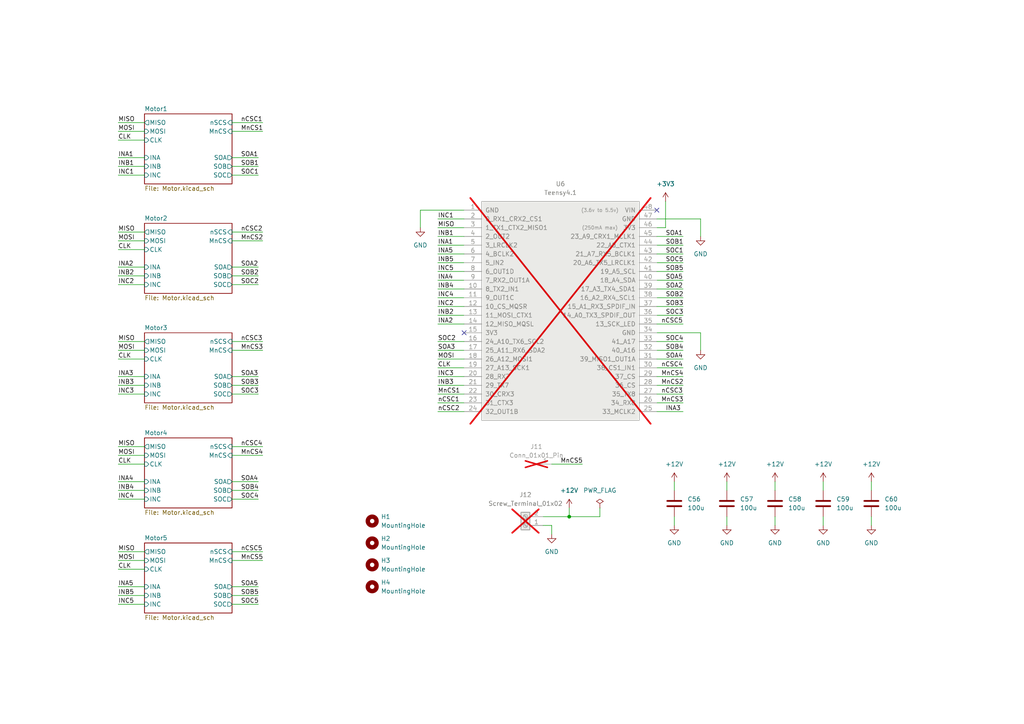
<source format=kicad_sch>
(kicad_sch (version 20231120) (generator "eeschema") (generator_version "8.0")
  (paper "A4")
  (lib_symbols
    (symbol "Connector:Conn_01x01_Pin" (pin_names (offset 1.016) hide)
      (property "Reference" "J" (at 0 2.54 0))
      (property "Value" "Conn_01x01_Pin" (at 0 -2.54 0))
      (symbol "Conn_01x01_Pin_1_1"
        (polyline (pts (xy 1.27 0) (xy 0.8636 0)) (stroke (width 0.1524)))
        (rectangle (start 0.8636 0.127) (end 0 -0.127) (stroke (width 0.1524)) (fill (type outline)))
        (pin passive line (at 5.08 0 180) (length 3.81) (name "Pin_1") (number "1"))
      )
    )
    (symbol "Connector:Screw_Terminal_01x02" (pin_names (offset 1.016) hide)
      (property "Reference" "J" (at 0 2.54 0))
      (property "Value" "Screw_Terminal_01x02" (at 0 -5.08 0))
      (symbol "Screw_Terminal_01x02_1_1"
        (rectangle (start -1.27 1.27) (end 1.27 -3.81) (stroke (width 0.254)) (fill (type background)))
        (circle (center 0 -2.54) (radius 0.635) (stroke (width 0.1524)))
        (polyline (pts (xy -0.5334 -2.2098) (xy 0.3302 -3.048)) (stroke (width 0.1524)))
        (polyline (pts (xy -0.5334 0.3302) (xy 0.3302 -0.508)) (stroke (width 0.1524)))
        (polyline (pts (xy -0.3556 -2.032) (xy 0.508 -2.8702)) (stroke (width 0.1524)))
        (polyline (pts (xy -0.3556 0.508) (xy 0.508 -0.3302)) (stroke (width 0.1524)))
        (circle (center 0 0) (radius 0.635) (stroke (width 0.1524)))
        (pin passive line (at -5.08 0 0) (length 3.81) (name "Pin_1") (number "1"))
        (pin passive line (at -5.08 -2.54 0) (length 3.81) (name "Pin_2") (number "2"))
      )
    )
    (symbol "Device:C" (pin_numbers hide) (pin_names (offset 0.254))
      (property "Reference" "C" (at 0.635 2.54 0))
      (property "Value" "C" (at 0.635 -2.54 0))
      (symbol "C_0_1"
        (polyline (pts (xy -2.032 -0.762) (xy 2.032 -0.762)) (stroke (width 0.508)))
        (polyline (pts (xy -2.032 0.762) (xy 2.032 0.762)) (stroke (width 0.508)))
      )
      (symbol "C_1_1"
        (pin passive line (at 0 3.81 270) (length 2.794) (name "~") (number "1"))
        (pin passive line (at 0 -3.81 90) (length 2.794) (name "~") (number "2"))
      )
    )
    (symbol "Mechanical:MountingHole" (pin_names (offset 1.016))
      (property "Reference" "H" (at 0 5.08 0))
      (property "Value" "MountingHole" (at 0 3.175 0))
      (symbol "MountingHole_0_1"
        (circle (center 0 0) (radius 1.27) (stroke (width 1.27)))
      )
    )
    (symbol "MySymbols:Teensy4.1" (pin_names (offset 1.016))
      (property "Reference" "U6" (at 0 62.23 0))
      (property "Value" "Teensy4.1" (at 0 59.69 0))
      (symbol "Teensy4.1_0_0"
        (text "(250mA max)" (at 11.43 49.53 0) (effects (font (size 1.016 1.016))))
        (text "(3.6v to 5.5v)" (at 11.43 54.61 0) (effects (font (size 1.016 1.016))))
        (pin bidirectional line (at -27.94 31.75 0) (length 5.08) (name "8_TX2_IN1") (number "10"))
        (pin bidirectional line (at -27.94 29.21 0) (length 5.08) (name "9_OUT1C") (number "11"))
        (pin bidirectional line (at -27.94 26.67 0) (length 5.08) (name "10_CS_MQSR") (number "12"))
        (pin bidirectional line (at -27.94 24.13 0) (length 5.08) (name "11_MOSI_CTX1") (number "13"))
        (pin bidirectional line (at -27.94 21.59 0) (length 5.08) (name "12_MISO_MQSL") (number "14"))
        (pin bidirectional line (at -27.94 16.51 0) (length 5.08) (name "24_A10_TX6_SCL2") (number "16"))
        (pin bidirectional line (at -27.94 13.97 0) (length 5.08) (name "25_A11_RX6_SDA2") (number "17"))
        (pin bidirectional line (at -27.94 11.43 0) (length 5.08) (name "26_A12_MOSI1") (number "18"))
        (pin bidirectional line (at -27.94 8.89 0) (length 5.08) (name "27_A13_SCK1") (number "19"))
        (pin bidirectional line (at -27.94 6.35 0) (length 5.08) (name "28_RX7") (number "20"))
        (pin bidirectional line (at -27.94 3.81 0) (length 5.08) (name "29_TX7") (number "21"))
        (pin bidirectional line (at -27.94 1.27 0) (length 5.08) (name "30_CRX3") (number "22"))
        (pin bidirectional line (at -27.94 -1.27 0) (length 5.08) (name "31_CTX3") (number "23"))
        (pin bidirectional line (at -27.94 -3.81 0) (length 5.08) (name "32_OUT1B") (number "24"))
        (pin bidirectional line (at 27.94 -3.81 180) (length 5.08) (name "33_MCLK2") (number "25"))
        (pin bidirectional line (at 27.94 -1.27 180) (length 5.08) (name "34_RX8") (number "26"))
        (pin bidirectional line (at 27.94 1.27 180) (length 5.08) (name "35_TX8") (number "27"))
        (pin bidirectional line (at 27.94 3.81 180) (length 5.08) (name "36_CS") (number "28"))
        (pin bidirectional line (at 27.94 6.35 180) (length 5.08) (name "37_CS") (number "29"))
        (pin bidirectional line (at 27.94 8.89 180) (length 5.08) (name "38_CS1_IN1") (number "30"))
        (pin bidirectional line (at 27.94 11.43 180) (length 5.08) (name "39_MISO1_OUT1A") (number "31"))
        (pin bidirectional line (at 27.94 13.97 180) (length 5.08) (name "40_A16") (number "32"))
        (pin bidirectional line (at 27.94 16.51 180) (length 5.08) (name "41_A17") (number "33"))
        (pin bidirectional line (at 27.94 21.59 180) (length 5.08) (name "13_SCK_LED") (number "35"))
        (pin bidirectional line (at 27.94 24.13 180) (length 5.08) (name "14_A0_TX3_SPDIF_OUT") (number "36"))
        (pin bidirectional line (at 27.94 26.67 180) (length 5.08) (name "15_A1_RX3_SPDIF_IN") (number "37"))
        (pin bidirectional line (at 27.94 29.21 180) (length 5.08) (name "16_A2_RX4_SCL1") (number "38"))
        (pin bidirectional line (at 27.94 31.75 180) (length 5.08) (name "17_A3_TX4_SDA1") (number "39"))
        (pin bidirectional line (at 27.94 34.29 180) (length 5.08) (name "18_A4_SDA") (number "40"))
        (pin bidirectional line (at 27.94 36.83 180) (length 5.08) (name "19_A5_SCL") (number "41"))
        (pin bidirectional line (at 27.94 39.37 180) (length 5.08) (name "20_A6_TX5_LRCLK1") (number "42"))
        (pin bidirectional line (at 27.94 41.91 180) (length 5.08) (name "21_A7_RX5_BCLK1") (number "43"))
        (pin bidirectional line (at 27.94 44.45 180) (length 5.08) (name "22_A8_CTX1") (number "44"))
        (pin bidirectional line (at 27.94 46.99 180) (length 5.08) (name "23_A9_CRX1_MCLK1") (number "45"))
        (pin power_in line (at 27.94 54.61 180) (length 5.08) (name "VIN") (number "48"))
        (pin bidirectional line (at -27.94 44.45 0) (length 5.08) (name "3_LRCLK2") (number "5"))
        (pin bidirectional line (at -27.94 41.91 0) (length 5.08) (name "4_BCLK2") (number "6"))
        (pin bidirectional line (at -27.94 39.37 0) (length 5.08) (name "5_IN2") (number "7"))
        (pin bidirectional line (at -27.94 36.83 0) (length 5.08) (name "6_OUT1D") (number "8"))
        (pin bidirectional line (at -27.94 34.29 0) (length 5.08) (name "7_RX2_OUT1A") (number "9"))
      )
      (symbol "Teensy4.1_0_1"
        (rectangle (start -20.32 -1.27) (end -20.32 -1.27))
      )
      (symbol "Teensy4.1_1_0"
        (pin power_in line (at -27.94 19.05 0) (length 5.08) (name "3V3") (number "15"))
        (pin power_out line (at 27.94 49.53 180) (length 5.08) (name "3V3") (number "46"))
        (pin power_out line (at 27.94 52.07 180) (length 5.08) (name "GND") (number "47"))
      )
      (symbol "Teensy4.1_1_1"
        (rectangle (start -22.86 57.15) (end 22.86 -6.35) (fill (type background)))
        (pin power_in line (at -27.94 54.61 0) (length 5.08) (name "GND") (number "1"))
        (pin bidirectional line (at -27.94 52.07 0) (length 5.08) (name "0_RX1_CRX2_CS1") (number "2"))
        (pin bidirectional line (at -27.94 49.53 0) (length 5.08) (name "1_TX1_CTX2_MISO1") (number "3"))
        (pin power_in line (at 27.94 19.05 180) (length 5.08) (name "GND") (number "34"))
        (pin bidirectional line (at -27.94 46.99 0) (length 5.08) (name "2_OUT2") (number "4"))
      )
    )
    (symbol "power:+12V" (power) (pin_names (offset 0))
      (property "Value" "+12V" (at 0 3.556 0))
      (symbol "+12V_0_1"
        (polyline (pts (xy -0.762 1.27) (xy 0 2.54)))
        (polyline (pts (xy 0 0) (xy 0 2.54)))
        (polyline (pts (xy 0 2.54) (xy 0.762 1.27)))
      )
      (symbol "+12V_1_1"
        (pin power_in line (at 0 0 90) (length 0) hide (name "+12V") (number "1"))
      )
    )
    (symbol "power:+3V3" (power) (pin_names (offset 0))
      (property "Value" "+3V3" (at 0 3.556 0))
      (symbol "+3V3_0_1"
        (polyline (pts (xy -0.762 1.27) (xy 0 2.54)))
        (polyline (pts (xy 0 0) (xy 0 2.54)))
        (polyline (pts (xy 0 2.54) (xy 0.762 1.27)))
      )
      (symbol "+3V3_1_1"
        (pin power_in line (at 0 0 90) (length 0) hide (name "+3V3") (number "1"))
      )
    )
    (symbol "power:GND" (power) (pin_names (offset 0))
      (property "Value" "GND" (at 0 -3.81 0))
      (symbol "GND_0_1"
        (polyline (pts (xy 0 0) (xy 0 -1.27) (xy 1.27 -1.27) (xy 0 -2.54) (xy -1.27 -1.27) (xy 0 -1.27)))
      )
      (symbol "GND_1_1"
        (pin power_in line (at 0 0 270) (length 0) hide (name "GND") (number "1"))
      )
    )
    (symbol "power:PWR_FLAG" (power) (pin_numbers hide) (pin_names (offset 0) hide)
      (property "Value" "PWR_FLAG" (at 0 3.81 0))
      (symbol "PWR_FLAG_0_0"
        (pin power_out line (at 0 0 90) (length 0) (name "pwr") (number "1"))
      )
      (symbol "PWR_FLAG_0_1"
        (polyline (pts (xy 0 0) (xy 0 1.27) (xy -1.016 1.905) (xy 0 2.54) (xy 1.016 1.905) (xy 0 1.27)))
      )
    )
  )
  (junction (at 165.1 149.86))
  (no_connect (at 190.5 60.96))
  (no_connect (at 134.62 96.52))
  (wire (pts (xy 127 116.84) (xy 134.62 116.84)))
  (wire (pts (xy 203.2 63.5) (xy 203.2 68.58)))
  (wire (pts (xy 190.5 111.76) (xy 198.12 111.76)))
  (wire (pts (xy 160.02 154.94) (xy 160.02 152.4)))
  (wire (pts (xy 34.29 101.6) (xy 41.91 101.6)))
  (wire (pts (xy 67.31 99.06) (xy 76.2 99.06)))
  (wire (pts (xy 190.5 86.36) (xy 198.12 86.36)))
  (wire (pts (xy 190.5 116.84) (xy 198.12 116.84)))
  (wire (pts (xy 190.5 78.74) (xy 198.12 78.74)))
  (wire (pts (xy 34.29 175.26) (xy 41.91 175.26)))
  (wire (pts (xy 127 106.68) (xy 134.62 106.68)))
  (wire (pts (xy 34.29 35.56) (xy 41.91 35.56)))
  (wire (pts (xy 34.29 104.14) (xy 41.91 104.14)))
  (wire (pts (xy 67.31 172.72) (xy 74.93 172.72)))
  (wire (pts (xy 203.2 63.5) (xy 190.5 63.5)))
  (wire (pts (xy 190.5 101.6) (xy 198.12 101.6)))
  (wire (pts (xy 67.31 129.54) (xy 76.2 129.54)))
  (wire (pts (xy 34.29 45.72) (xy 41.91 45.72)))
  (wire (pts (xy 67.31 77.47) (xy 74.93 77.47)))
  (wire (pts (xy 34.29 67.31) (xy 41.91 67.31)))
  (wire (pts (xy 67.31 82.55) (xy 74.93 82.55)))
  (wire (pts (xy 67.31 109.22) (xy 74.93 109.22)))
  (wire (pts (xy 67.31 69.85) (xy 76.2 69.85)))
  (wire (pts (xy 34.29 77.47) (xy 41.91 77.47)))
  (wire (pts (xy 34.29 170.18) (xy 41.91 170.18)))
  (wire (pts (xy 67.31 114.3) (xy 74.93 114.3)))
  (wire (pts (xy 34.29 40.64) (xy 41.91 40.64)))
  (wire (pts (xy 127 93.98) (xy 134.62 93.98)))
  (wire (pts (xy 190.5 114.3) (xy 198.12 114.3)))
  (wire (pts (xy 34.29 160.02) (xy 41.91 160.02)))
  (wire (pts (xy 203.2 96.52) (xy 203.2 101.6)))
  (wire (pts (xy 121.92 66.04) (xy 121.92 60.96)))
  (wire (pts (xy 127 104.14) (xy 134.62 104.14)))
  (wire (pts (xy 190.5 81.28) (xy 198.12 81.28)))
  (wire (pts (xy 121.92 60.96) (xy 134.62 60.96)))
  (wire (pts (xy 238.76 139.7) (xy 238.76 142.24)))
  (wire (pts (xy 67.31 38.1) (xy 76.2 38.1)))
  (wire (pts (xy 127 68.58) (xy 134.62 68.58)))
  (wire (pts (xy 34.29 132.08) (xy 41.91 132.08)))
  (wire (pts (xy 190.5 68.58) (xy 198.12 68.58)))
  (wire (pts (xy 67.31 101.6) (xy 76.2 101.6)))
  (wire (pts (xy 67.31 139.7) (xy 74.93 139.7)))
  (wire (pts (xy 203.2 96.52) (xy 190.5 96.52)))
  (wire (pts (xy 67.31 160.02) (xy 76.2 160.02)))
  (wire (pts (xy 165.1 147.32) (xy 165.1 149.86)))
  (wire (pts (xy 127 91.44) (xy 134.62 91.44)))
  (wire (pts (xy 67.31 80.01) (xy 74.93 80.01)))
  (wire (pts (xy 127 88.9) (xy 134.62 88.9)))
  (wire (pts (xy 67.31 50.8) (xy 74.93 50.8)))
  (wire (pts (xy 67.31 67.31) (xy 76.2 67.31)))
  (wire (pts (xy 193.04 58.42) (xy 193.04 66.04)))
  (wire (pts (xy 127 111.76) (xy 134.62 111.76)))
  (wire (pts (xy 127 63.5) (xy 134.62 63.5)))
  (wire (pts (xy 160.02 152.4) (xy 157.48 152.4)))
  (wire (pts (xy 34.29 80.01) (xy 41.91 80.01)))
  (wire (pts (xy 34.29 109.22) (xy 41.91 109.22)))
  (wire (pts (xy 127 101.6) (xy 134.62 101.6)))
  (wire (pts (xy 127 73.66) (xy 134.62 73.66)))
  (wire (pts (xy 252.73 139.7) (xy 252.73 142.24)))
  (wire (pts (xy 67.31 144.78) (xy 74.93 144.78)))
  (wire (pts (xy 252.73 149.86) (xy 252.73 152.4)))
  (wire (pts (xy 34.29 111.76) (xy 41.91 111.76)))
  (wire (pts (xy 67.31 142.24) (xy 74.93 142.24)))
  (wire (pts (xy 127 86.36) (xy 134.62 86.36)))
  (wire (pts (xy 127 71.12) (xy 134.62 71.12)))
  (wire (pts (xy 127 109.22) (xy 134.62 109.22)))
  (wire (pts (xy 34.29 134.62) (xy 41.91 134.62)))
  (wire (pts (xy 67.31 45.72) (xy 74.93 45.72)))
  (wire (pts (xy 34.29 129.54) (xy 41.91 129.54)))
  (wire (pts (xy 173.99 149.86) (xy 165.1 149.86)))
  (wire (pts (xy 127 81.28) (xy 134.62 81.28)))
  (wire (pts (xy 34.29 162.56) (xy 41.91 162.56)))
  (wire (pts (xy 210.82 139.7) (xy 210.82 142.24)))
  (wire (pts (xy 34.29 72.39) (xy 41.91 72.39)))
  (wire (pts (xy 190.5 119.38) (xy 198.12 119.38)))
  (wire (pts (xy 34.29 114.3) (xy 41.91 114.3)))
  (wire (pts (xy 127 119.38) (xy 134.62 119.38)))
  (wire (pts (xy 190.5 71.12) (xy 198.12 71.12)))
  (wire (pts (xy 190.5 83.82) (xy 198.12 83.82)))
  (wire (pts (xy 195.58 139.7) (xy 195.58 142.24)))
  (wire (pts (xy 127 83.82) (xy 134.62 83.82)))
  (wire (pts (xy 190.5 93.98) (xy 198.12 93.98)))
  (wire (pts (xy 67.31 170.18) (xy 74.93 170.18)))
  (wire (pts (xy 34.29 99.06) (xy 41.91 99.06)))
  (wire (pts (xy 127 76.2) (xy 134.62 76.2)))
  (wire (pts (xy 67.31 48.26) (xy 74.93 48.26)))
  (wire (pts (xy 34.29 69.85) (xy 41.91 69.85)))
  (wire (pts (xy 127 99.06) (xy 134.62 99.06)))
  (wire (pts (xy 190.5 91.44) (xy 198.12 91.44)))
  (wire (pts (xy 160.02 134.62) (xy 168.91 134.62)))
  (wire (pts (xy 224.79 149.86) (xy 224.79 152.4)))
  (wire (pts (xy 190.5 99.06) (xy 198.12 99.06)))
  (wire (pts (xy 210.82 149.86) (xy 210.82 152.4)))
  (wire (pts (xy 190.5 109.22) (xy 198.12 109.22)))
  (wire (pts (xy 34.29 142.24) (xy 41.91 142.24)))
  (wire (pts (xy 34.29 50.8) (xy 41.91 50.8)))
  (wire (pts (xy 34.29 48.26) (xy 41.91 48.26)))
  (wire (pts (xy 34.29 172.72) (xy 41.91 172.72)))
  (wire (pts (xy 34.29 82.55) (xy 41.91 82.55)))
  (wire (pts (xy 127 78.74) (xy 134.62 78.74)))
  (wire (pts (xy 190.5 106.68) (xy 198.12 106.68)))
  (wire (pts (xy 195.58 149.86) (xy 195.58 152.4)))
  (wire (pts (xy 34.29 139.7) (xy 41.91 139.7)))
  (wire (pts (xy 34.29 144.78) (xy 41.91 144.78)))
  (wire (pts (xy 173.99 147.32) (xy 173.99 149.86)))
  (wire (pts (xy 34.29 38.1) (xy 41.91 38.1)))
  (wire (pts (xy 67.31 35.56) (xy 76.2 35.56)))
  (wire (pts (xy 127 114.3) (xy 134.62 114.3)))
  (wire (pts (xy 224.79 139.7) (xy 224.79 142.24)))
  (wire (pts (xy 165.1 149.86) (xy 157.48 149.86)))
  (wire (pts (xy 238.76 149.86) (xy 238.76 152.4)))
  (wire (pts (xy 67.31 162.56) (xy 76.2 162.56)))
  (wire (pts (xy 190.5 88.9) (xy 198.12 88.9)))
  (wire (pts (xy 67.31 132.08) (xy 76.2 132.08)))
  (wire (pts (xy 190.5 104.14) (xy 198.12 104.14)))
  (wire (pts (xy 190.5 73.66) (xy 198.12 73.66)))
  (wire (pts (xy 67.31 175.26) (xy 74.93 175.26)))
  (wire (pts (xy 193.04 66.04) (xy 190.5 66.04)))
  (wire (pts (xy 34.29 165.1) (xy 41.91 165.1)))
  (wire (pts (xy 127 66.04) (xy 134.62 66.04)))
  (wire (pts (xy 67.31 111.76) (xy 74.93 111.76)))
  (wire (pts (xy 190.5 76.2) (xy 198.12 76.2)))
  (label "CLK" (at 34.29 134.62 0))
  (label "MnCS5" (at 162.56 134.62 0))
  (label "INC3" (at 34.29 114.3 0))
  (label "CLK" (at 34.29 104.14 0))
  (label "SOC3" (at 193.04 91.44 0))
  (label "INA5" (at 34.29 170.18 0))
  (label "SOA3" (at 69.85 109.22 0))
  (label "SOA5" (at 193.04 81.28 0))
  (label "SOA1" (at 193.04 68.58 0))
  (label "SOB5" (at 69.85 172.72 0))
  (label "nCSC2" (at 69.85 67.31 0))
  (label "MISO" (at 34.29 129.54 0))
  (label "INA3" (at 34.29 109.22 0))
  (label "INB4" (at 34.29 142.24 0))
  (label "SOC4" (at 193.04 99.06 0))
  (label "INB5" (at 34.29 172.72 0))
  (label "SOA2" (at 69.85 77.47 0))
  (label "SOB3" (at 69.85 111.76 0))
  (label "MISO" (at 34.29 160.02 0))
  (label "INA4" (at 34.29 139.7 0))
  (label "SOC5" (at 193.04 76.2 0))
  (label "nCSC5" (at 191.77 93.98 0))
  (label "INC4" (at 127 86.36 0))
  (label "SOA3" (at 127 101.6 0))
  (label "MnCS5" (at 69.85 162.56 0))
  (label "nCSC5" (at 69.85 160.02 0))
  (label "nCSC1" (at 69.85 35.56 0))
  (label "INA1" (at 34.29 45.72 0))
  (label "SOC2" (at 127 99.06 0))
  (label "nCSC1" (at 127 116.84 0))
  (label "MISO" (at 34.29 67.31 0))
  (label "INB2" (at 34.29 80.01 0))
  (label "SOC5" (at 69.85 175.26 0))
  (label "nCSC4" (at 191.77 106.68 0))
  (label "SOC4" (at 69.85 144.78 0))
  (label "MISO" (at 127 66.04 0))
  (label "MOSI" (at 34.29 162.56 0))
  (label "INB1" (at 34.29 48.26 0))
  (label "SOB4" (at 69.85 142.24 0))
  (label "nCSC3" (at 191.77 114.3 0))
  (label "MOSI" (at 34.29 101.6 0))
  (label "INC1" (at 34.29 50.8 0))
  (label "INB5" (at 127 76.2 0))
  (label "MOSI" (at 34.29 38.1 0))
  (label "MnCS3" (at 191.77 116.84 0))
  (label "nCSC4" (at 69.85 129.54 0))
  (label "INB2" (at 127 91.44 0))
  (label "INA2" (at 34.29 77.47 0))
  (label "INB3" (at 127 111.76 0))
  (label "SOA4" (at 69.85 139.7 0))
  (label "SOB4" (at 193.04 101.6 0))
  (label "CLK" (at 34.29 72.39 0))
  (label "MnCS1" (at 69.85 38.1 0))
  (label "MnCS2" (at 69.85 69.85 0))
  (label "MISO" (at 34.29 35.56 0))
  (label "MnCS4" (at 191.77 109.22 0))
  (label "SOA5" (at 69.85 170.18 0))
  (label "INA5" (at 127 73.66 0))
  (label "SOA1" (at 69.85 45.72 0))
  (label "MnCS3" (at 69.85 101.6 0))
  (label "INC2" (at 127 88.9 0))
  (label "MISO" (at 34.29 99.06 0))
  (label "SOB2" (at 193.04 86.36 0))
  (label "SOB1" (at 193.04 71.12 0))
  (label "INC4" (at 34.29 144.78 0))
  (label "INC5" (at 34.29 175.26 0))
  (label "SOC1" (at 193.04 73.66 0))
  (label "INA2" (at 127 93.98 0))
  (label "SOA2" (at 193.04 83.82 0))
  (label "MnCS4" (at 69.85 132.08 0))
  (label "INA3" (at 193.04 119.38 0))
  (label "INA1" (at 127 71.12 0))
  (label "CLK" (at 34.29 40.64 0))
  (label "INC5" (at 127 78.74 0))
  (label "INB4" (at 127 83.82 0))
  (label "CLK" (at 127 106.68 0))
  (label "INC3" (at 127 109.22 0))
  (label "SOC1" (at 69.85 50.8 0))
  (label "MOSI" (at 34.29 132.08 0))
  (label "nCSC3" (at 69.85 99.06 0))
  (label "MOSI" (at 127 104.14 0))
  (label "MOSI" (at 34.29 69.85 0))
  (label "INA4" (at 127 81.28 0))
  (label "SOC3" (at 69.85 114.3 0))
  (label "INB3" (at 34.29 111.76 0))
  (label "nCSC2" (at 127 119.38 0))
  (label "SOB1" (at 69.85 48.26 0))
  (label "SOB5" (at 193.04 78.74 0))
  (label "SOA4" (at 193.04 104.14 0))
  (label "INC2" (at 34.29 82.55 0))
  (label "SOB2" (at 69.85 80.01 0))
  (label "CLK" (at 34.29 165.1 0))
  (label "INC1" (at 127 63.5 0))
  (label "MnCS2" (at 191.77 111.76 0))
  (label "INB1" (at 127 68.58 0))
  (label "SOB3" (at 193.04 88.9 0))
  (label "MnCS1" (at 127 114.3 0))
  (label "SOC2" (at 69.85 82.55 0))
  (symbol (lib_id "power:+12V") (at 252.73 139.7 0) (unit 1)
    (property "Reference" "#PWR082" (effects (hide yes)))
    (property "Value" "+12V" (at 252.73 134.62 0))
  )
  (symbol (lib_id "power:+3V3") (at 193.04 58.42 0) (unit 1)
    (property "Reference" "#PWR066" (effects (hide yes)))
    (property "Value" "+3V3" (at 193.04 53.34 0))
  )
  (symbol (lib_id "power:+12V") (at 224.79 139.7 0) (unit 1)
    (property "Reference" "#PWR078" (effects (hide yes)))
    (property "Value" "+12V" (at 224.79 134.62 0))
  )
  (symbol (lib_id "power:GND") (at 224.79 152.4 0) (unit 1)
    (property "Reference" "#PWR079" (effects (hide yes)))
    (property "Value" "GND" (at 224.79 157.48 0))
  )
  (symbol (lib_id "power:GND") (at 210.82 152.4 0) (unit 1)
    (property "Reference" "#PWR077" (effects (hide yes)))
    (property "Value" "GND" (at 210.82 157.48 0))
  )
  (symbol (lib_id "Device:C") (at 238.76 146.05 0) (unit 1)
    (property "Reference" "C59" (at 242.57 144.78 0) (effects (justify left)))
    (property "Value" "100u" (at 242.57 147.32 0) (effects (justify left)))
    (property "Footprint" "Capacitor_SMD:C_Elec_8x6.2" (effects (hide yes)))
    (property "LCSC" "C178539" (effects (hide yes)))
  )
  (symbol (lib_id "power:+12V") (at 165.1 147.32 0) (unit 1)
    (property "Reference" "#PWR073" (effects (hide yes)))
    (property "Value" "+12V" (at 165.1 142.24 0))
  )
  (symbol (lib_id "power:+12V") (at 210.82 139.7 0) (unit 1)
    (property "Reference" "#PWR076" (effects (hide yes)))
    (property "Value" "+12V" (at 210.82 134.62 0))
  )
  (symbol (lib_id "power:GND") (at 203.2 101.6 0) (unit 1)
    (property "Reference" "#PWR067" (effects (hide yes)))
    (property "Value" "GND" (at 203.2 106.68 0))
  )
  (symbol (lib_id "Device:C") (at 224.79 146.05 0) (unit 1)
    (property "Reference" "C58" (at 228.6 144.78 0) (effects (justify left)))
    (property "Value" "100u" (at 228.6 147.32 0) (effects (justify left)))
    (property "Footprint" "Capacitor_SMD:C_Elec_8x6.2" (effects (hide yes)))
    (property "LCSC" "C178539" (effects (hide yes)))
  )
  (symbol (lib_id "power:+12V") (at 195.58 139.7 0) (unit 1)
    (property "Reference" "#PWR074" (effects (hide yes)))
    (property "Value" "+12V" (at 195.58 134.62 0))
  )
  (symbol (lib_id "Device:C") (at 195.58 146.05 0) (unit 1)
    (property "Reference" "C56" (at 199.39 144.78 0) (effects (justify left)))
    (property "Value" "100u" (at 199.39 147.32 0) (effects (justify left)))
    (property "Footprint" "Capacitor_SMD:C_Elec_8x6.2" (effects (hide yes)))
    (property "LCSC" "C178539" (effects (hide yes)))
  )
  (symbol (lib_id "power:GND") (at 121.92 66.04 0) (unit 1)
    (property "Reference" "#PWR070" (effects (hide yes)))
    (property "Value" "GND" (at 121.92 71.12 0))
  )
  (symbol (lib_id "power:GND") (at 160.02 154.94 0) (unit 1)
    (property "Reference" "#PWR072" (effects (hide yes)))
    (property "Value" "GND" (at 160.02 160.02 0))
  )
  (symbol (lib_id "power:+12V") (at 238.76 139.7 0) (unit 1)
    (property "Reference" "#PWR080" (effects (hide yes)))
    (property "Value" "+12V" (at 238.76 134.62 0))
  )
  (symbol (lib_id "power:PWR_FLAG") (at 173.99 147.32 0) (unit 1)
    (property "Reference" "#FLG01" (effects (hide yes)))
    (property "Value" "PWR_FLAG" (at 173.99 142.24 0))
  )
  (symbol (lib_id "power:GND") (at 252.73 152.4 0) (unit 1)
    (property "Reference" "#PWR083" (effects (hide yes)))
    (property "Value" "GND" (at 252.73 157.48 0))
  )
  (symbol (lib_id "Mechanical:MountingHole") (at 107.95 151.13 0) (unit 1) (in_bom no)
    (property "Reference" "H1" (at 110.49 149.86 0) (effects (justify left)))
    (property "Value" "MountingHole" (at 110.49 152.4 0) (effects (justify left)))
    (property "Footprint" "MountingHole:MountingHole_2.2mm_M2" (effects (hide yes)))
  )
  (symbol (lib_id "Mechanical:MountingHole") (at 107.95 170.18 0) (unit 1) (in_bom no)
    (property "Reference" "H4" (at 110.49 168.91 0) (effects (justify left)))
    (property "Value" "MountingHole" (at 110.49 171.45 0) (effects (justify left)))
    (property "Footprint" "MountingHole:MountingHole_2.2mm_M2" (effects (hide yes)))
  )
  (symbol (lib_id "Mechanical:MountingHole") (at 107.95 163.83 0) (unit 1) (in_bom no)
    (property "Reference" "H3" (at 110.49 162.56 0) (effects (justify left)))
    (property "Value" "MountingHole" (at 110.49 165.1 0) (effects (justify left)))
    (property "Footprint" "MountingHole:MountingHole_2.2mm_M2" (effects (hide yes)))
  )
  (symbol (lib_id "Device:C") (at 210.82 146.05 0) (unit 1)
    (property "Reference" "C57" (at 214.63 144.78 0) (effects (justify left)))
    (property "Value" "100u" (at 214.63 147.32 0) (effects (justify left)))
    (property "Footprint" "Capacitor_SMD:C_Elec_8x6.2" (effects (hide yes)))
    (property "LCSC" "C178539" (effects (hide yes)))
  )
  (symbol (lib_id "power:GND") (at 203.2 68.58 0) (unit 1)
    (property "Reference" "#PWR068" (effects (hide yes)))
    (property "Value" "GND" (at 203.2 73.66 0))
  )
  (symbol (lib_id "power:GND") (at 238.76 152.4 0) (unit 1)
    (property "Reference" "#PWR081" (effects (hide yes)))
    (property "Value" "GND" (at 238.76 157.48 0))
  )
  (symbol (lib_id "Device:C") (at 252.73 146.05 0) (unit 1)
    (property "Reference" "C60" (at 256.54 144.78 0) (effects (justify left)))
    (property "Value" "100u" (at 256.54 147.32 0) (effects (justify left)))
    (property "Footprint" "Capacitor_SMD:C_Elec_8x6.2" (effects (hide yes)))
    (property "LCSC" "C178539" (effects (hide yes)))
  )
  (symbol (lib_id "power:GND") (at 195.58 152.4 0) (unit 1)
    (property "Reference" "#PWR075" (effects (hide yes)))
    (property "Value" "GND" (at 195.58 157.48 0))
  )
  (symbol (lib_id "MySymbols:Teensy4.1") (at 162.56 115.57 0) (unit 1) (dnp yes)
    (property "Reference" "U6" (at 162.56 53.34 0))
    (property "Value" "Teensy4.1" (at 162.56 55.88 0))
    (property "Footprint" "MyLibrary:Teensy41" (effects (hide yes)))
  )
  (symbol (lib_id "Connector:Conn_01x01_Pin") (at 154.94 134.62 0) (unit 1) (dnp yes)
    (property "Reference" "J11" (at 155.575 129.54 0))
    (property "Value" "Conn_01x01_Pin" (at 155.575 132.08 0))
    (property "Footprint" "Connector_PinHeader_2.00mm:PinHeader_1x01_P2.00mm_Vertical" (effects (hide yes)))
  )
  (symbol (lib_id "Connector:Screw_Terminal_01x02") (at 152.4 152.4 180) (unit 1) (dnp yes)
    (property "Reference" "J12" (at 152.4 143.51 0))
    (property "Value" "Screw_Terminal_01x02" (at 152.4 146.05 0))
    (property "Footprint" "MyLibrary:Conn_Screw_P2-6.35" (effects (hide yes)))
  )
  (symbol (lib_id "Mechanical:MountingHole") (at 107.95 157.48 0) (unit 1) (in_bom no)
    (property "Reference" "H2" (at 110.49 156.21 0) (effects (justify left)))
    (property "Value" "MountingHole" (at 110.49 158.75 0) (effects (justify left)))
    (property "Footprint" "MountingHole:MountingHole_2.2mm_M2" (effects (hide yes)))
  )
  (sheet (at 41.91 96.52) (size 25.4 20.32) (stroke (width 0.1524))
    (property "Sheetname" "Motor3" (at 41.91 95.8084 0) (effects (justify left bottom)))
    (property "Sheetfile" "Motor.kicad_sch" (at 41.91 117.4246 0) (effects (justify left top)))
    (pin "nSCS" input (at 67.31 99.06 0))
    (pin "INC" input (at 41.91 114.3 180))
    (pin "INA" input (at 41.91 109.22 180))
    (pin "INB" input (at 41.91 111.76 180))
    (pin "MnCS" input (at 67.31 101.6 0))
    (pin "MOSI" input (at 41.91 101.6 180))
    (pin "MISO" output (at 41.91 99.06 180))
    (pin "SOB" output (at 67.31 111.76 0))
    (pin "SOA" output (at 67.31 109.22 0))
    (pin "SOC" output (at 67.31 114.3 0))
    (pin "CLK" input (at 41.91 104.14 180))
  )
  (sheet (at 41.91 64.77) (size 25.4 20.32) (stroke (width 0.1524))
    (property "Sheetname" "Motor2" (at 41.91 64.0584 0) (effects (justify left bottom)))
    (property "Sheetfile" "Motor.kicad_sch" (at 41.91 85.6746 0) (effects (justify left top)))
    (pin "nSCS" input (at 67.31 67.31 0))
    (pin "INC" input (at 41.91 82.55 180))
    (pin "INA" input (at 41.91 77.47 180))
    (pin "INB" input (at 41.91 80.01 180))
    (pin "MnCS" input (at 67.31 69.85 0))
    (pin "MOSI" input (at 41.91 69.85 180))
    (pin "MISO" output (at 41.91 67.31 180))
    (pin "SOB" output (at 67.31 80.01 0))
    (pin "SOA" output (at 67.31 77.47 0))
    (pin "SOC" output (at 67.31 82.55 0))
    (pin "CLK" input (at 41.91 72.39 180))
  )
  (sheet (at 41.91 127) (size 25.4 20.32) (stroke (width 0.1524))
    (property "Sheetname" "Motor4" (at 41.91 126.2884 0) (effects (justify left bottom)))
    (property "Sheetfile" "Motor.kicad_sch" (at 41.91 147.9046 0) (effects (justify left top)))
    (pin "nSCS" input (at 67.31 129.54 0))
    (pin "INC" input (at 41.91 144.78 180))
    (pin "INA" input (at 41.91 139.7 180))
    (pin "INB" input (at 41.91 142.24 180))
    (pin "MnCS" input (at 67.31 132.08 0))
    (pin "MOSI" input (at 41.91 132.08 180))
    (pin "MISO" output (at 41.91 129.54 180))
    (pin "SOB" output (at 67.31 142.24 0))
    (pin "SOA" output (at 67.31 139.7 0))
    (pin "SOC" output (at 67.31 144.78 0))
    (pin "CLK" input (at 41.91 134.62 180))
  )
  (sheet (at 41.91 33.02) (size 25.4 20.32) (stroke (width 0.1524))
    (property "Sheetname" "Motor1" (at 41.91 32.3084 0) (effects (justify left bottom)))
    (property "Sheetfile" "Motor.kicad_sch" (at 41.91 53.9246 0) (effects (justify left top)))
    (pin "nSCS" input (at 67.31 35.56 0))
    (pin "INC" input (at 41.91 50.8 180))
    (pin "INA" input (at 41.91 45.72 180))
    (pin "INB" input (at 41.91 48.26 180))
    (pin "MnCS" input (at 67.31 38.1 0))
    (pin "MOSI" input (at 41.91 38.1 180))
    (pin "MISO" output (at 41.91 35.56 180))
    (pin "SOB" output (at 67.31 48.26 0))
    (pin "SOA" output (at 67.31 45.72 0))
    (pin "SOC" output (at 67.31 50.8 0))
    (pin "CLK" input (at 41.91 40.64 180))
  )
  (sheet (at 41.91 157.48) (size 25.4 20.32) (stroke (width 0.1524))
    (property "Sheetname" "Motor5" (at 41.91 156.7684 0) (effects (justify left bottom)))
    (property "Sheetfile" "Motor.kicad_sch" (at 41.91 178.3846 0) (effects (justify left top)))
    (pin "nSCS" input (at 67.31 160.02 0))
    (pin "INC" input (at 41.91 175.26 180))
    (pin "INA" input (at 41.91 170.18 180))
    (pin "INB" input (at 41.91 172.72 180))
    (pin "MnCS" input (at 67.31 162.56 0))
    (pin "MOSI" input (at 41.91 162.56 180))
    (pin "MISO" output (at 41.91 160.02 180))
    (pin "SOB" output (at 67.31 172.72 0))
    (pin "SOA" output (at 67.31 170.18 0))
    (pin "SOC" output (at 67.31 175.26 0))
    (pin "CLK" input (at 41.91 165.1 180))
  )
)
</source>
